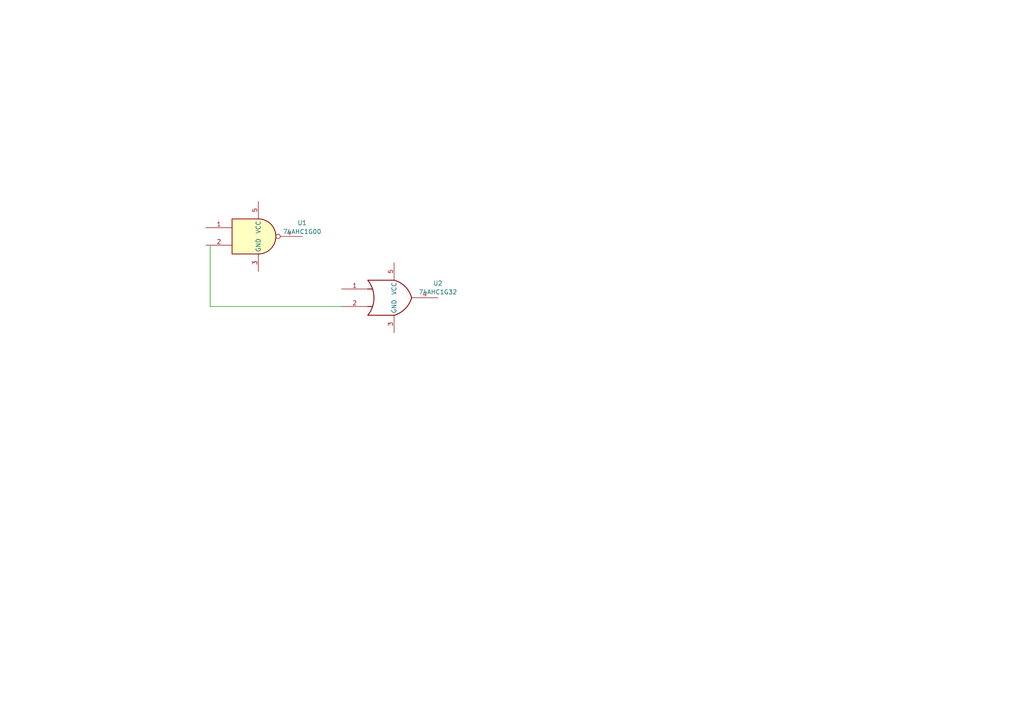
<source format=kicad_sch>
(kicad_sch (version 20230121) (generator eeschema)
  (paper "A4")
  (lib_symbols
    (symbol "74xGxx:74AHC1G00"
      (property "Reference" "U" (at -2.54 3.81 0))
      (property "Value" "74AHC1G00" (at 0 -3.81 0))
      (symbol "74AHC1G00_0_1"
        (arc (start 0 -5.08) (mid 5.0579 0) (end 0 5.08) (stroke (width 0.254)) (fill (type background)))
        (polyline (pts (xy 0 -5.08) (xy -7.62 -5.08) (xy -7.62 5.08) (xy 0 5.08)) (stroke (width 0.254)) (fill (type background)))
      )
      (symbol "74AHC1G00_1_1"
        (pin input line (at -15.24 2.54 0) (length 7.62) (name "~") (number "1"))
        (pin input line (at -15.24 -2.54 0) (length 7.62) (name "~") (number "2"))
        (pin power_in line (at 0 -10.16 90) (length 5.08) (name "GND") (number "3"))
        (pin output inverted (at 12.7 0 180) (length 7.62) (name "~") (number "4"))
        (pin power_in line (at 0 10.16 270) (length 5.08) (name "VCC") (number "5"))
      )
    )
    (symbol "74xGxx:74AHC1G32"
      (property "Reference" "U" (at -2.54 3.81 0))
      (property "Value" "74AHC1G32" (at 0 -3.81 0))
      (symbol "74AHC1G32_0_1"
        (arc (start -7.62 -5.08) (mid -5.838 0) (end -7.62 5.08) (stroke (width 0.254)))
        (arc (start 0 -5.08) (mid 3.1986 -3.2054) (end 5.08 0) (stroke (width 0.254)))
        (polyline (pts (xy -7.62 -2.54) (xy -6.35 -2.54)) (stroke (width 0.254)) (fill (type background)))
        (polyline (pts (xy -7.62 2.54) (xy -6.35 2.54)) (stroke (width 0.254)) (fill (type background)))
        (polyline (pts (xy 0 -5.08) (xy -7.62 -5.08)) (stroke (width 0.254)) (fill (type background)))
        (polyline (pts (xy 0 5.08) (xy -7.62 5.08)) (stroke (width 0.254)) (fill (type background)))
        (arc (start 5.08 0) (mid 3.2238 3.2304) (end 0 5.08) (stroke (width 0.254)))
      )
      (symbol "74AHC1G32_1_1"
        (pin input line (at -15.24 2.54 0) (length 7.62) (name "~") (number "1"))
        (pin input line (at -15.24 -2.54 0) (length 7.62) (name "~") (number "2"))
        (pin power_in line (at 0 -10.16 90) (length 5.08) (name "GND") (number "3"))
        (pin output line (at 12.7 0 180) (length 7.62) (name "~") (number "4"))
        (pin power_in line (at 0 10.16 270) (length 5.08) (name "VCC") (number "5"))
      )
    )
  )
  (wire (pts (xy 60.96 88.9) (xy 99.06 88.9)))
  (wire (pts (xy 60.96 71.12) (xy 60.96 88.9)))
  (symbol (lib_id "74xGxx:74AHC1G32") (at 114.3 86.36 0) (unit 1)
    (property "Reference" "U2" (at 127 82.1691 0))
    (property "Value" "74AHC1G32" (at 127 84.7091 0))
    (property "Datasheet" "http://www.ti.com/lit/sg/scyt129e/scyt129e.pdf" (effects hide))
  )
  (symbol (lib_id "74xGxx:74AHC1G00") (at 74.93 68.58 0) (unit 1)
    (property "Reference" "U1" (at 87.63 64.6431 0))
    (property "Value" "74AHC1G00" (at 87.63 67.1831 0))
    (property "Datasheet" "http://www.ti.com/lit/sg/scyt129e/scyt129e.pdf" (effects hide))
  )
)
</source>
